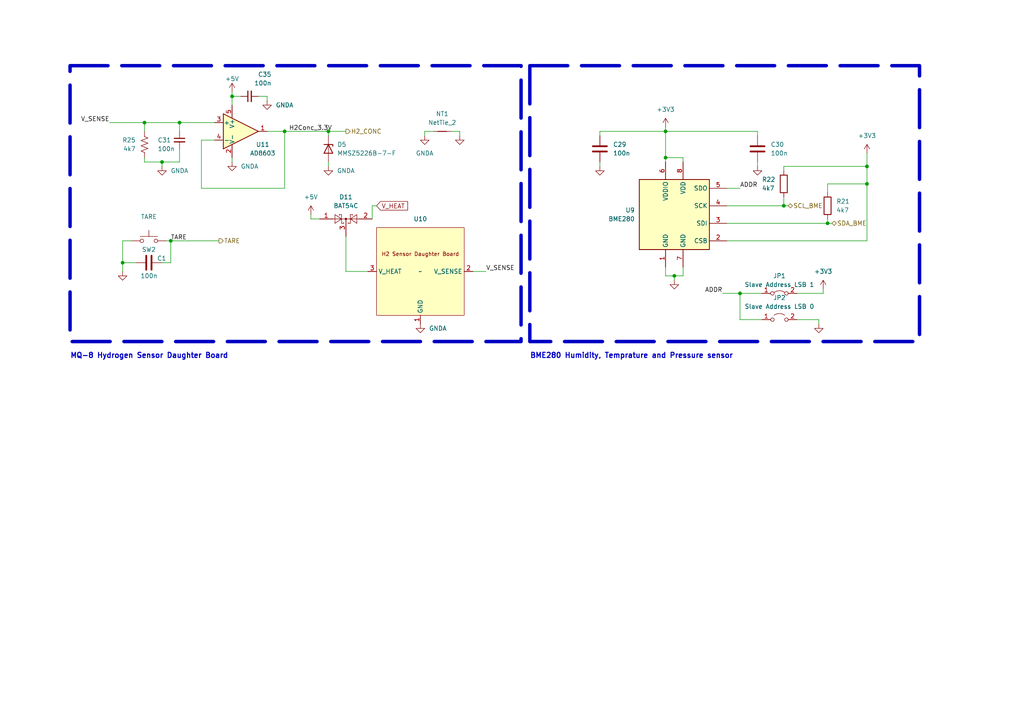
<source format=kicad_sch>
(kicad_sch (version 20231120) (generator "eeschema") (generator_version "8.0")
  (paper "A4")
  (lib_symbols
    (symbol "Amplifier_Operational:AD8603" (pin_names (offset 0.127))
      (property "Reference" "U" (at 0 5.08 0))
      (property "Value" "AD8603" (at 0 -5.08 0))
      (symbol "AD8603_0_1"
        (polyline (pts (xy -5.08 5.08) (xy 5.08 0) (xy -5.08 -5.08) (xy -5.08 5.08)) (stroke (width 0.254)) (fill (type background)))
        (pin power_in line (at -2.54 -7.62 90) (length 3.81) (name "V-") (number "2"))
        (pin power_in line (at -2.54 7.62 270) (length 3.81) (name "V+") (number "5"))
      )
      (symbol "AD8603_1_1"
        (pin output line (at 7.62 0 180) (length 2.54) (name "~") (number "1"))
        (pin input line (at -7.62 2.54 0) (length 2.54) (name "+") (number "3"))
        (pin input line (at -7.62 -2.54 0) (length 2.54) (name "-") (number "4"))
      )
    )
    (symbol "Device:C" (pin_numbers hide) (pin_names (offset 0.254))
      (property "Reference" "C" (at 0.635 2.54 0))
      (property "Value" "C" (at 0.635 -2.54 0))
      (symbol "C_0_1"
        (polyline (pts (xy -2.032 -0.762) (xy 2.032 -0.762)) (stroke (width 0.508)))
        (polyline (pts (xy -2.032 0.762) (xy 2.032 0.762)) (stroke (width 0.508)))
      )
      (symbol "C_1_1"
        (pin passive line (at 0 3.81 270) (length 2.794) (name "~") (number "1"))
        (pin passive line (at 0 -3.81 90) (length 2.794) (name "~") (number "2"))
      )
    )
    (symbol "Device:C_Small" (pin_numbers hide) (pin_names (offset 0.254) hide)
      (property "Reference" "C" (at 0.254 1.778 0))
      (property "Value" "C_Small" (at 0.254 -2.032 0))
      (symbol "C_Small_0_1"
        (polyline (pts (xy -1.524 -0.508) (xy 1.524 -0.508)) (stroke (width 0.3302)))
        (polyline (pts (xy -1.524 0.508) (xy 1.524 0.508)) (stroke (width 0.3048)))
      )
      (symbol "C_Small_1_1"
        (pin passive line (at 0 2.54 270) (length 2.032) (name "~") (number "1"))
        (pin passive line (at 0 -2.54 90) (length 2.032) (name "~") (number "2"))
      )
    )
    (symbol "Device:D_Zener" (pin_numbers hide) (pin_names (offset 1.016) hide)
      (property "Reference" "D" (at 0 2.54 0))
      (property "Value" "D_Zener" (at 0 -2.54 0))
      (symbol "D_Zener_0_1"
        (polyline (pts (xy 1.27 0) (xy -1.27 0)))
        (polyline (pts (xy -1.27 -1.27) (xy -1.27 1.27) (xy -0.762 1.27)) (stroke (width 0.254)))
        (polyline (pts (xy 1.27 -1.27) (xy 1.27 1.27) (xy -1.27 0) (xy 1.27 -1.27)) (stroke (width 0.254)))
      )
      (symbol "D_Zener_1_1"
        (pin passive line (at -3.81 0 0) (length 2.54) (name "K") (number "1"))
        (pin passive line (at 3.81 0 180) (length 2.54) (name "A") (number "2"))
      )
    )
    (symbol "Device:NetTie_2" (pin_numbers hide) (pin_names (offset 0) hide) (in_bom no)
      (property "Reference" "NT" (at 0 1.27 0))
      (property "Value" "NetTie_2" (at 0 -1.27 0))
      (symbol "NetTie_2_0_1"
        (polyline (pts (xy -1.27 0) (xy 1.27 0)) (stroke (width 0.254)))
      )
      (symbol "NetTie_2_1_1"
        (pin passive line (at -2.54 0 0) (length 2.54) (name "1") (number "1"))
        (pin passive line (at 2.54 0 180) (length 2.54) (name "2") (number "2"))
      )
    )
    (symbol "Device:R" (pin_numbers hide) (pin_names (offset 0))
      (property "Reference" "R" (at 2.032 0 90))
      (property "Value" "R" (at 0 0 90))
      (symbol "R_0_1"
        (rectangle (start -1.016 -2.54) (end 1.016 2.54) (stroke (width 0.254)))
      )
      (symbol "R_1_1"
        (pin passive line (at 0 3.81 270) (length 1.27) (name "~") (number "1"))
        (pin passive line (at 0 -3.81 90) (length 1.27) (name "~") (number "2"))
      )
    )
    (symbol "Device:R_US" (pin_numbers hide) (pin_names (offset 0))
      (property "Reference" "R" (at 2.54 0 90))
      (property "Value" "R_US" (at -2.54 0 90))
      (symbol "R_US_0_1"
        (polyline (pts (xy 0 -2.286) (xy 0 -2.54)))
        (polyline (pts (xy 0 2.286) (xy 0 2.54)))
        (polyline (pts (xy 0 -0.762) (xy 1.016 -1.143) (xy 0 -1.524) (xy -1.016 -1.905) (xy 0 -2.286)))
        (polyline (pts (xy 0 0.762) (xy 1.016 0.381) (xy 0 0) (xy -1.016 -0.381) (xy 0 -0.762)))
        (polyline (pts (xy 0 2.286) (xy 1.016 1.905) (xy 0 1.524) (xy -1.016 1.143) (xy 0 0.762)))
      )
      (symbol "R_US_1_1"
        (pin passive line (at 0 3.81 270) (length 1.27) (name "~") (number "1"))
        (pin passive line (at 0 -3.81 90) (length 1.27) (name "~") (number "2"))
      )
    )
    (symbol "Diode:BAT54C" (pin_names (offset 1.016))
      (property "Reference" "D" (at 0.635 -3.81 0))
      (property "Value" "BAT54C" (at -6.35 3.175 0))
      (symbol "BAT54C_0_1"
        (polyline (pts (xy -1.905 0) (xy 1.905 0)))
        (polyline (pts (xy -1.905 1.27) (xy -1.905 1.016)))
        (polyline (pts (xy -1.27 -1.27) (xy -0.635 -1.27)))
        (polyline (pts (xy -1.27 0) (xy -3.81 0)))
        (polyline (pts (xy -1.27 1.27) (xy -1.905 1.27)))
        (polyline (pts (xy -1.27 1.27) (xy -1.27 -1.27)))
        (polyline (pts (xy -0.635 -1.27) (xy -0.635 -1.016)))
        (polyline (pts (xy 0.635 -1.27) (xy 0.635 -1.016)))
        (polyline (pts (xy 1.27 -1.27) (xy 0.635 -1.27)))
        (polyline (pts (xy 1.27 1.27) (xy 1.27 -1.27)))
        (polyline (pts (xy 1.27 1.27) (xy 1.905 1.27)))
        (polyline (pts (xy 1.905 1.27) (xy 1.905 1.016)))
        (polyline (pts (xy 3.81 0) (xy 1.27 0)))
        (polyline (pts (xy -3.175 -1.27) (xy -3.175 1.27) (xy -1.27 0) (xy -3.175 -1.27)))
        (polyline (pts (xy 3.175 -1.27) (xy 3.175 1.27) (xy 1.27 0) (xy 3.175 -1.27)))
        (circle (center 0 0) (radius 0.254) (fill (type outline)))
      )
      (symbol "BAT54C_1_1"
        (pin passive line (at -7.62 0 0) (length 3.81) (name "~") (number "1"))
        (pin passive line (at 7.62 0 180) (length 3.81) (name "~") (number "2"))
        (pin passive line (at 0 -5.08 90) (length 5.08) (name "~") (number "3"))
      )
    )
    (symbol "H2_Parts:H2_Simon_Sensor_Breakout"
      (property "Reference" "U" (at 0 0 0))
      (symbol "H2_Simon_Sensor_Breakout_1_1"
        (rectangle (start -12.7 12.7) (end 12.7 -12.7) (fill (type background)))
        (text "H2 Sensor Daughter Board" (at 0 5.08 0) (effects (font (size 1.1 1.1))))
        (pin output line (at 0 -15.24 90) (length 2.54) (name "GND") (number "1"))
        (pin output line (at 15.24 0 180) (length 2.54) (name "V_SENSE") (number "2"))
        (pin output line (at -15.24 0 0) (length 2.54) (name "V_HEAT") (number "3"))
      )
    )
    (symbol "Jumper:Jumper_2_Bridged" (pin_names (offset 0) hide)
      (property "Reference" "JP" (at 0 1.905 0))
      (property "Value" "Jumper_2_Bridged" (at 0 -2.54 0))
      (symbol "Jumper_2_Bridged_0_0"
        (circle (center -2.032 0) (radius 0.508))
        (circle (center 2.032 0) (radius 0.508))
      )
      (symbol "Jumper_2_Bridged_0_1"
        (arc (start 1.524 0.254) (mid 0 0.762) (end -1.524 0.254))
      )
      (symbol "Jumper_2_Bridged_1_1"
        (pin passive line (at -5.08 0 0) (length 2.54) (name "A") (number "1"))
        (pin passive line (at 5.08 0 180) (length 2.54) (name "B") (number "2"))
      )
    )
    (symbol "Jumper:Jumper_2_Open" (pin_names (offset 0) hide)
      (property "Reference" "JP" (at 0 2.794 0))
      (property "Value" "Jumper_2_Open" (at 0 -2.286 0))
      (symbol "Jumper_2_Open_0_0"
        (circle (center -2.032 0) (radius 0.508))
        (circle (center 2.032 0) (radius 0.508))
      )
      (symbol "Jumper_2_Open_0_1"
        (arc (start 1.524 1.27) (mid 0 1.778) (end -1.524 1.27))
      )
      (symbol "Jumper_2_Open_1_1"
        (pin passive line (at -5.08 0 0) (length 2.54) (name "A") (number "1"))
        (pin passive line (at 5.08 0 180) (length 2.54) (name "B") (number "2"))
      )
    )
    (symbol "Sensor:BME280"
      (property "Reference" "U" (at -8.89 11.43 0))
      (property "Value" "BME280" (at 7.62 11.43 0))
      (symbol "BME280_0_1"
        (rectangle (start -10.16 10.16) (end 10.16 -10.16) (stroke (width 0.254)) (fill (type background)))
      )
      (symbol "BME280_1_1"
        (pin power_in line (at -2.54 -15.24 90) (length 5.08) (name "GND") (number "1"))
        (pin input line (at 15.24 -7.62 180) (length 5.08) (name "CSB") (number "2"))
        (pin bidirectional line (at 15.24 -2.54 180) (length 5.08) (name "SDI") (number "3"))
        (pin input line (at 15.24 2.54 180) (length 5.08) (name "SCK") (number "4"))
        (pin bidirectional line (at 15.24 7.62 180) (length 5.08) (name "SDO") (number "5"))
        (pin power_in line (at -2.54 15.24 270) (length 5.08) (name "VDDIO") (number "6"))
        (pin power_in line (at 2.54 -15.24 90) (length 5.08) (name "GND") (number "7"))
        (pin power_in line (at 2.54 15.24 270) (length 5.08) (name "VDD") (number "8"))
      )
    )
    (symbol "Switch:SW_Push" (pin_numbers hide) (pin_names (offset 1.016) hide)
      (property "Reference" "SW" (at 1.27 2.54 0))
      (property "Value" "SW_Push" (at 0 -1.524 0))
      (symbol "SW_Push_0_1"
        (circle (center -2.032 0) (radius 0.508))
        (polyline (pts (xy 0 1.27) (xy 0 3.048)))
        (polyline (pts (xy 2.54 1.27) (xy -2.54 1.27)))
        (circle (center 2.032 0) (radius 0.508))
        (pin passive line (at -5.08 0 0) (length 2.54) (name "1") (number "1"))
        (pin passive line (at 5.08 0 180) (length 2.54) (name "2") (number "2"))
      )
    )
    (symbol "power:+3V3" (power) (pin_names (offset 0))
      (property "Value" "+3V3" (at 0 3.556 0))
      (symbol "+3V3_0_1"
        (polyline (pts (xy -0.762 1.27) (xy 0 2.54)))
        (polyline (pts (xy 0 0) (xy 0 2.54)))
        (polyline (pts (xy 0 2.54) (xy 0.762 1.27)))
      )
      (symbol "+3V3_1_1"
        (pin power_in line (at 0 0 90) (length 0) hide (name "+3V3") (number "1"))
      )
    )
    (symbol "power:+5V" (power) (pin_names (offset 0))
      (property "Value" "+5V" (at 0 3.556 0))
      (symbol "+5V_0_1"
        (polyline (pts (xy -0.762 1.27) (xy 0 2.54)))
        (polyline (pts (xy 0 0) (xy 0 2.54)))
        (polyline (pts (xy 0 2.54) (xy 0.762 1.27)))
      )
      (symbol "+5V_1_1"
        (pin power_in line (at 0 0 90) (length 0) hide (name "+5V") (number "1"))
      )
    )
    (symbol "power:GND" (power) (pin_names (offset 0))
      (property "Value" "GND" (at 0 -3.81 0))
      (symbol "GND_0_1"
        (polyline (pts (xy 0 0) (xy 0 -1.27) (xy 1.27 -1.27) (xy 0 -2.54) (xy -1.27 -1.27) (xy 0 -1.27)))
      )
      (symbol "GND_1_1"
        (pin power_in line (at 0 0 270) (length 0) hide (name "GND") (number "1"))
      )
    )
    (symbol "power:GNDA" (power) (pin_names (offset 0))
      (property "Value" "GNDA" (at 0 -3.81 0))
      (symbol "GNDA_0_1"
        (polyline (pts (xy 0 0) (xy 0 -1.27) (xy 1.27 -1.27) (xy 0 -2.54) (xy -1.27 -1.27) (xy 0 -1.27)))
      )
      (symbol "GNDA_1_1"
        (pin power_in line (at 0 0 270) (length 0) hide (name "GNDA") (number "1"))
      )
    )
  )
  (junction (at 46.99 46.99))
  (junction (at 41.91 35.56))
  (junction (at 193.04 38.1))
  (junction (at 227.33 59.69))
  (junction (at 82.55 38.1))
  (junction (at 52.07 35.56))
  (junction (at 251.46 48.26))
  (junction (at 193.04 45.72))
  (junction (at 67.31 27.94))
  (junction (at 195.58 80.01))
  (junction (at 240.03 64.77))
  (junction (at 251.46 53.34))
  (junction (at 95.25 38.1))
  (junction (at 214.63 85.09))
  (junction (at 49.53 69.85))
  (junction (at 35.56 76.2))
  (wire (pts (xy 82.55 38.1) (xy 95.25 38.1)))
  (wire (pts (xy 227.33 59.69) (xy 210.82 59.69)))
  (wire (pts (xy 82.55 54.61) (xy 82.55 38.1)))
  (wire (pts (xy 195.58 80.01) (xy 195.58 81.28)))
  (wire (pts (xy 240.03 53.34) (xy 251.46 53.34)))
  (wire (pts (xy 214.63 54.61) (xy 210.82 54.61)))
  (wire (pts (xy 227.33 59.69) (xy 228.6 59.69)))
  (wire (pts (xy 95.25 48.26) (xy 95.25 46.99)))
  (wire (pts (xy 46.99 48.26) (xy 46.99 46.99)))
  (wire (pts (xy 251.46 53.34) (xy 251.46 69.85)))
  (wire (pts (xy 58.42 54.61) (xy 82.55 54.61)))
  (wire (pts (xy 48.26 69.85) (xy 49.53 69.85)))
  (wire (pts (xy 251.46 44.45) (xy 251.46 48.26)))
  (wire (pts (xy 219.71 39.37) (xy 219.71 38.1)))
  (wire (pts (xy 58.42 40.64) (xy 58.42 54.61)))
  (wire (pts (xy 41.91 35.56) (xy 41.91 38.1)))
  (wire (pts (xy 227.33 49.53) (xy 227.33 48.26)))
  (wire (pts (xy 214.63 92.71) (xy 214.63 85.09)))
  (wire (pts (xy 198.12 80.01) (xy 198.12 77.47)))
  (wire (pts (xy 52.07 38.1) (xy 52.07 35.56)))
  (wire (pts (xy 49.53 69.85) (xy 63.5 69.85)))
  (wire (pts (xy 41.91 35.56) (xy 52.07 35.56)))
  (wire (pts (xy 219.71 38.1) (xy 193.04 38.1)))
  (wire (pts (xy 227.33 57.15) (xy 227.33 59.69)))
  (wire (pts (xy 77.47 29.21) (xy 77.47 27.94)))
  (wire (pts (xy 46.99 46.99) (xy 52.07 46.99)))
  (wire (pts (xy 31.75 35.56) (xy 41.91 35.56)))
  (wire (pts (xy 227.33 48.26) (xy 251.46 48.26)))
  (wire (pts (xy 137.16 78.74) (xy 140.97 78.74)))
  (wire (pts (xy 193.04 80.01) (xy 195.58 80.01)))
  (wire (pts (xy 193.04 36.83) (xy 193.04 38.1)))
  (wire (pts (xy 123.19 38.1) (xy 125.73 38.1)))
  (wire (pts (xy 240.03 55.88) (xy 240.03 53.34)))
  (wire (pts (xy 49.53 69.85) (xy 49.53 76.2)))
  (wire (pts (xy 77.47 38.1) (xy 82.55 38.1)))
  (wire (pts (xy 251.46 69.85) (xy 210.82 69.85)))
  (wire (pts (xy 193.04 45.72) (xy 193.04 46.99)))
  (wire (pts (xy 39.37 76.2) (xy 35.56 76.2)))
  (wire (pts (xy 240.03 63.5) (xy 240.03 64.77)))
  (wire (pts (xy 173.99 46.99) (xy 173.99 48.26)))
  (wire (pts (xy 240.03 64.77) (xy 241.3 64.77)))
  (wire (pts (xy 52.07 35.56) (xy 62.23 35.56)))
  (wire (pts (xy 220.98 85.09) (xy 214.63 85.09)))
  (wire (pts (xy 90.17 62.23) (xy 90.17 63.5)))
  (wire (pts (xy 100.33 68.58) (xy 100.33 78.74)))
  (wire (pts (xy 109.22 59.69) (xy 107.95 59.69)))
  (wire (pts (xy 238.76 83.82) (xy 238.76 85.09)))
  (wire (pts (xy 107.95 59.69) (xy 107.95 63.5)))
  (wire (pts (xy 100.33 78.74) (xy 106.68 78.74)))
  (wire (pts (xy 35.56 76.2) (xy 35.56 78.74)))
  (wire (pts (xy 173.99 38.1) (xy 193.04 38.1)))
  (wire (pts (xy 67.31 26.67) (xy 67.31 27.94)))
  (wire (pts (xy 133.35 39.37) (xy 133.35 38.1)))
  (wire (pts (xy 95.25 39.37) (xy 95.25 38.1)))
  (wire (pts (xy 237.49 93.98) (xy 237.49 92.71)))
  (wire (pts (xy 173.99 39.37) (xy 173.99 38.1)))
  (wire (pts (xy 193.04 77.47) (xy 193.04 80.01)))
  (wire (pts (xy 90.17 63.5) (xy 92.71 63.5)))
  (wire (pts (xy 67.31 46.99) (xy 67.31 45.72)))
  (wire (pts (xy 49.53 76.2) (xy 46.99 76.2)))
  (wire (pts (xy 214.63 85.09) (xy 209.55 85.09)))
  (wire (pts (xy 67.31 27.94) (xy 67.31 30.48)))
  (wire (pts (xy 220.98 92.71) (xy 214.63 92.71)))
  (wire (pts (xy 251.46 48.26) (xy 251.46 53.34)))
  (wire (pts (xy 240.03 64.77) (xy 210.82 64.77)))
  (wire (pts (xy 41.91 46.99) (xy 46.99 46.99)))
  (wire (pts (xy 238.76 85.09) (xy 231.14 85.09)))
  (wire (pts (xy 41.91 46.99) (xy 41.91 45.72)))
  (wire (pts (xy 95.25 38.1) (xy 100.33 38.1)))
  (wire (pts (xy 52.07 43.18) (xy 52.07 46.99)))
  (wire (pts (xy 67.31 27.94) (xy 69.85 27.94)))
  (wire (pts (xy 198.12 46.99) (xy 198.12 45.72)))
  (wire (pts (xy 35.56 69.85) (xy 35.56 76.2)))
  (wire (pts (xy 77.47 27.94) (xy 74.93 27.94)))
  (wire (pts (xy 237.49 92.71) (xy 231.14 92.71)))
  (wire (pts (xy 133.35 38.1) (xy 130.81 38.1)))
  (wire (pts (xy 198.12 45.72) (xy 193.04 45.72)))
  (wire (pts (xy 58.42 40.64) (xy 62.23 40.64)))
  (wire (pts (xy 193.04 38.1) (xy 193.04 45.72)))
  (wire (pts (xy 123.19 39.37) (xy 123.19 38.1)))
  (wire (pts (xy 195.58 80.01) (xy 198.12 80.01)))
  (wire (pts (xy 38.1 69.85) (xy 35.56 69.85)))
  (wire (pts (xy 219.71 46.99) (xy 219.71 48.26)))
  (rectangle (start 153.67 19.05) (end 266.7 99.06) (stroke (width 1) (type dash)))
  (rectangle (start 20.32 19.05) (end 151.13 99.06) (stroke (width 1) (type dash)))
  (text "BME280 Humidity, Temprature and Pressure sensor" (at 153.67 104.14 0) (effects (font (size 1.5 1.5) (thickness 0.3) (bold yes)) (justify left bottom)))
  (text "MQ-8 Hydrogen Sensor Daughter Board" (at 20.32 104.14 0) (effects (font (size 1.5 1.5) (thickness 0.3) (bold yes)) (justify left bottom)))
  (label "TARE" (at 49.53 69.85 0))
  (label "H2Conc_3.3V" (at 83.82 38.1 0))
  (label "V_SENSE" (at 140.97 78.74 0))
  (label "ADDR" (at 209.55 85.09 180))
  (label "V_SENSE" (at 31.75 35.56 180))
  (label "ADDR" (at 214.63 54.61 0))
  (global_label "V_HEAT" (shape input) (at 109.22 59.69 0) (property "Intersheetrefs" "${INTERSHEET_REFS}" (effects (hide yes))))
  (hierarchical_label "SCL_BME" (shape bidirectional) (at 228.6 59.69 0))
  (hierarchical_label "H2_CONC" (shape output) (at 100.33 38.1 0))
  (hierarchical_label "TARE" (shape output) (at 63.5 69.85 0))
  (hierarchical_label "SDA_BME" (shape bidirectional) (at 241.3 64.77 0))
  (symbol (lib_id "Jumper:Jumper_2_Bridged") (at 226.06 85.09 0) (unit 1)
    (property "Reference" "JP1" (at 226.06 80.01 0))
    (property "Value" "Slave Address LSB 1" (at 226.06 82.55 0))
    (property "Footprint" "Jumper:SolderJumper-2_P1.3mm_Bridged_RoundedPad1.0x1.5mm" (effects (hide yes)))
  )
  (symbol (lib_id "power:GNDA") (at 46.99 48.26 0) (unit 1)
    (property "Reference" "#PWR031" (effects (hide yes)))
    (property "Value" "GNDA" (at 52.07 49.53 0))
  )
  (symbol (lib_id "power:GNDA") (at 77.47 29.21 0) (unit 1)
    (property "Reference" "#PWR027" (effects (hide yes)))
    (property "Value" "GNDA" (at 82.55 30.48 0))
  )
  (symbol (lib_id "power:+5V") (at 90.17 62.23 0) (unit 1)
    (property "Reference" "#PWR055" (effects (hide yes)))
    (property "Value" "+5V" (at 90.17 57.15 0))
  )
  (symbol (lib_id "power:GND") (at 219.71 48.26 0) (unit 1)
    (property "Reference" "#PWR070" (effects (hide yes)))
    (property "Value" "GND" (effects (hide yes)))
  )
  (symbol (lib_id "power:GNDA") (at 95.25 48.26 0) (unit 1)
    (property "Reference" "#PWR02" (effects (hide yes)))
    (property "Value" "GNDA" (at 100.33 49.53 0))
  )
  (symbol (lib_id "power:GND") (at 195.58 81.28 0) (unit 1)
    (property "Reference" "#PWR038" (effects (hide yes)))
    (property "Value" "GND" (effects (hide yes)))
  )
  (symbol (lib_id "Device:R_US") (at 41.91 41.91 180) (unit 1)
    (property "Reference" "R25" (at 39.37 40.64 0) (effects (justify left)))
    (property "Value" "4k7" (at 39.37 43.18 0) (effects (justify left)))
    (property "Footprint" "Resistor_SMD:R_0603_1608Metric" (effects (hide yes)))
    (property "JLCPCB Part#(Optional)" "C23162" (effects (hide yes)))
    (property "JLCPCB Part#(optional)" "C23162" (effects (hide yes)))
    (instances (project "H2 Sensor Board Lucy Rev 1" (path "" (reference "R25") (unit 1))) (project "modular sensor" (path "" (reference "R1") (unit 1))))
  )
  (symbol (lib_id "H2_Parts:H2_Simon_Sensor_Breakout") (at 121.92 78.74 0) (unit 1)
    (property "Reference" "U10" (at 121.92 63.5 0))
    (property "Value" "~" (at 121.92 78.74 0))
    (property "Footprint" "SYM&FOOT:H2_Sensor_Daughter_Board_Rev_1" (effects (hide yes)))
  )
  (symbol (lib_id "power:GND") (at 173.99 48.26 0) (unit 1)
    (property "Reference" "#PWR069" (effects (hide yes)))
    (property "Value" "GND" (effects (hide yes)))
  )
  (symbol (lib_id "power:GNDA") (at 67.31 46.99 0) (unit 1)
    (property "Reference" "#PWR032" (effects (hide yes)))
    (property "Value" "GNDA" (at 72.39 48.26 0))
  )
  (symbol (lib_id "power:GND") (at 35.56 78.74 0) (unit 1)
    (property "Reference" "#PWR02" (effects (hide yes)))
    (property "Value" "GND" (effects (hide yes)))
    (instances (project "CAN-USB RF Module" (path "" (reference "#PWR02") (unit 1))) (project "H2 Sensor Board Lucy Rev 1" (path "" (reference "#PWR042") (unit 1))))
  )
  (symbol (lib_id "power:GNDA") (at 121.92 93.98 0) (unit 1)
    (property "Reference" "#PWR030" (effects (hide yes)))
    (property "Value" "GNDA" (at 127 95.25 0))
  )
  (symbol (lib_id "Device:C_Small") (at 72.39 27.94 90) (unit 1)
    (property "Reference" "C35" (at 78.74 21.59 90) (effects (justify left)))
    (property "Value" "100n" (at 78.74 24.13 90) (effects (justify left)))
    (property "Footprint" "Capacitor_SMD:C_0402_1005Metric" (effects (hide yes)))
    (property "JLCPCB Part#(Optional)" "C1525" (effects (hide yes)))
    (property "JLCPCB Part#(optional)" "C1525" (effects (hide yes)))
    (instances (project "H2 Sensor Board Lucy Rev 1" (path "" (reference "C35") (unit 1))) (project "modular sensor" (path "" (reference "C2") (unit 1))))
  )
  (symbol (lib_id "Jumper:Jumper_2_Open") (at 226.06 92.71 0) (unit 1)
    (property "Reference" "JP2" (at 226.06 86.36 0))
    (property "Value" "Slave Address LSB 0" (at 226.06 88.9 0))
    (property "Footprint" "Jumper:SolderJumper-2_P1.3mm_Open_RoundedPad1.0x1.5mm" (effects (hide yes)))
  )
  (symbol (lib_id "Device:R") (at 240.03 59.69 0) (unit 1)
    (property "Reference" "R21" (at 242.57 58.42 0) (effects (justify left)))
    (property "Value" "4k7" (at 242.57 60.96 0) (effects (justify left)))
    (property "Footprint" "Resistor_SMD:R_0603_1608Metric" (effects (hide yes)))
    (property "JLCPCB Part#(Optional)" "C23162" (effects (hide yes)))
    (property "JLCPCB Part#(optional)" "C23162" (effects (hide yes)))
  )
  (symbol (lib_id "Device:R") (at 227.33 53.34 0) (unit 1)
    (property "Reference" "R22" (at 220.98 52.07 0) (effects (justify left)))
    (property "Value" "4k7" (at 220.98 54.61 0) (effects (justify left)))
    (property "Footprint" "Resistor_SMD:R_0603_1608Metric" (effects (hide yes)))
    (property "JLCPCB Part#(Optional)" "C23162" (effects (hide yes)))
    (property "JLCPCB Part#(optional)" "C23162" (effects (hide yes)))
  )
  (symbol (lib_id "Device:D_Zener") (at 95.25 43.18 270) (unit 1)
    (property "Reference" "D5" (at 97.79 41.91 90) (effects (justify left)))
    (property "Value" "MMSZ5226B-7-F" (at 97.79 44.45 90) (effects (justify left)))
    (property "Footprint" "Diode_SMD:D_SOD-123" (effects (hide yes)))
  )
  (symbol (lib_id "power:GND") (at 237.49 93.98 0) (unit 1)
    (property "Reference" "#PWR074" (effects (hide yes)))
    (property "Value" "GND" (effects (hide yes)))
  )
  (symbol (lib_id "power:+5V") (at 67.31 26.67 0) (unit 1)
    (property "Reference" "#PWR01" (effects (hide yes)))
    (property "Value" "+5V" (at 67.31 22.86 0))
  )
  (symbol (lib_id "Device:C") (at 173.99 43.18 0) (unit 1)
    (property "Reference" "C29" (at 177.8 41.91 0) (effects (justify left)))
    (property "Value" "100n" (at 177.8 44.45 0) (effects (justify left)))
    (property "Footprint" "Capacitor_SMD:C_0402_1005Metric" (effects (hide yes)))
    (property "JLCPCB Part#(Optional)" "C1525" (effects (hide yes)))
    (property "JLCPCB Part#(optional)" "C1525" (effects (hide yes)))
  )
  (symbol (lib_id "Device:NetTie_2") (at 128.27 38.1 0) (unit 1) (in_bom no)
    (property "Reference" "NT1" (at 128.27 33.02 0))
    (property "Value" "NetTie_2" (at 128.27 35.56 0))
    (property "Footprint" "NetTie:NetTie-2_SMD_Pad2.0mm" (effects (hide yes)))
  )
  (symbol (lib_id "Device:C") (at 219.71 43.18 0) (unit 1)
    (property "Reference" "C30" (at 223.52 41.91 0) (effects (justify left)))
    (property "Value" "100n" (at 223.52 44.45 0) (effects (justify left)))
    (property "Footprint" "Capacitor_SMD:C_0402_1005Metric" (effects (hide yes)))
    (property "JLCPCB Part#(Optional)" "C1525" (effects (hide yes)))
    (property "JLCPCB Part#(optional)" "C1525" (effects (hide yes)))
  )
  (symbol (lib_id "power:GND") (at 133.35 39.37 0) (unit 1)
    (property "Reference" "#PWR02" (effects (hide yes)))
    (property "Value" "GND" (effects (hide yes)))
    (instances (project "CAN-USB RF Module" (path "" (reference "#PWR02") (unit 1))) (project "H2 Sensor Board Lucy Rev 1" (path "" (reference "#PWR035") (unit 1))))
  )
  (symbol (lib_id "power:+3V3") (at 238.76 83.82 0) (unit 1)
    (property "Reference" "#PWR075" (effects (hide yes)))
    (property "Value" "+3V3" (at 238.76 78.74 0))
  )
  (symbol (lib_id "power:+3V3") (at 193.04 36.83 0) (unit 1)
    (property "Reference" "#PWR037" (effects (hide yes)))
    (property "Value" "+3V3" (at 193.04 31.75 0))
  )
  (symbol (lib_id "Sensor:BME280") (at 195.58 62.23 0) (unit 1)
    (property "Reference" "U9" (at 184.15 60.96 0) (effects (justify right)))
    (property "Value" "BME280" (at 184.15 63.5 0) (effects (justify right)))
    (property "Footprint" "Package_LGA:Bosch_LGA-8_2.5x2.5mm_P0.65mm_ClockwisePinNumbering" (effects (hide yes)))
    (property "Datasheet" "https://www.bosch-sensortec.com/media/boschsensortec/downloads/datasheets/bst-bme280-ds002.pdf" (effects (hide yes)))
    (property "DK #" "828-1063-1-ND" (effects (hide yes)))
  )
  (symbol (lib_id "Device:C_Small") (at 52.07 40.64 0) (unit 1)
    (property "Reference" "C31" (at 45.72 40.64 0) (effects (justify left)))
    (property "Value" "100n" (at 45.72 43.18 0) (effects (justify left)))
    (property "Footprint" "Capacitor_SMD:C_0603_1608Metric" (effects (hide yes)))
    (property "JLCPCB Part#(Optional)" "C14663" (effects (hide yes)))
    (property "JLCPCB Part#(optional)" "C14663" (effects (hide yes)))
    (instances (project "H2 Sensor Board Lucy Rev 1" (path "" (reference "C31") (unit 1))) (project "modular sensor" (path "" (reference "C2") (unit 1))))
  )
  (symbol (lib_id "Amplifier_Operational:AD8603") (at 69.85 38.1 0) (unit 1)
    (property "Reference" "U11" (at 76.2 41.91 0))
    (property "Value" "AD8603" (at 76.2 44.45 0))
    (property "Footprint" "Package_TO_SOT_SMD:TSOT-23-5" (effects (hide yes)))
    (property "Datasheet" "https://www.analog.com/media/en/technical-documentation/data-sheets/AD8603_8607_8609.pdf" (effects (hide yes)))
    (property "DK #" "AD8603AUJZ-REELCT-ND" (effects (hide yes)))
  )
  (symbol (lib_id "power:+3V3") (at 251.46 44.45 0) (unit 1)
    (property "Reference" "#PWR073" (effects (hide yes)))
    (property "Value" "+3V3" (at 251.46 39.37 0))
  )
  (symbol (lib_id "Diode:BAT54C") (at 100.33 63.5 0) (unit 1)
    (property "Reference" "D11" (at 100.33 57.15 0))
    (property "Value" "BAT54C" (at 100.33 59.69 0))
    (property "Footprint" "Package_TO_SOT_SMD:SOT-23" (effects (hide yes)))
    (property "Datasheet" "http://www.diodes.com/_files/datasheets/ds11005.pdf" (effects (hide yes)))
    (property "JLCPCB Part#(Optional)" "C37704" (effects (hide yes)))
    (property "JLCPCB Part#(optional)" "C37704" (effects (hide yes)))
  )
  (symbol (lib_id "Switch:SW_Push") (at 43.18 69.85 0) (unit 1)
    (property "Reference" "SW2" (at 43.18 72.39 0))
    (property "Value" "TARE" (at 43.18 62.865 0))
    (property "Footprint" "Button_Switch_THT:SW_PUSH_6mm_H5mm" (effects (hide yes)))
    (instances (project "CAN-USB RF Module" (path "" (reference "SW2") (unit 1))) (project "H2 Sensor Board Lucy Rev 1" (path "" (reference "SW3") (unit 1))))
  )
  (symbol (lib_id "power:GNDA") (at 123.19 39.37 0) (unit 1)
    (property "Reference" "#PWR033" (effects (hide yes)))
    (property "Value" "GNDA" (at 123.19 44.45 0))
  )
  (symbol (lib_id "Device:C") (at 43.18 76.2 90) (unit 1)
    (property "Reference" "C1" (at 48.26 74.93 90) (effects (justify left)))
    (property "Value" "100n" (at 45.72 80.01 90) (effects (justify left)))
    (property "Footprint" "Capacitor_SMD:C_0402_1005Metric" (effects (hide yes)))
    (property "Description" "100nF -20%,+80% 16V Y5V 0402 Multilayer Ceramic Capacitors MLCC - SMD/SMT RoHS" (effects (hide yes)))
    (property "JLCPCB Part#(Optional)" "C1525" (effects (hide yes)))
    (property "JLCPCB Part#(optional)" "C1525" (effects (hide yes)))
    (instances (project "CAN-USB RF Module" (path "" (reference "C1") (unit 1))) (project "H2 Sensor Board Lucy Rev 1" (path "" (reference "C3") (unit 1))))
  )
)
</source>
